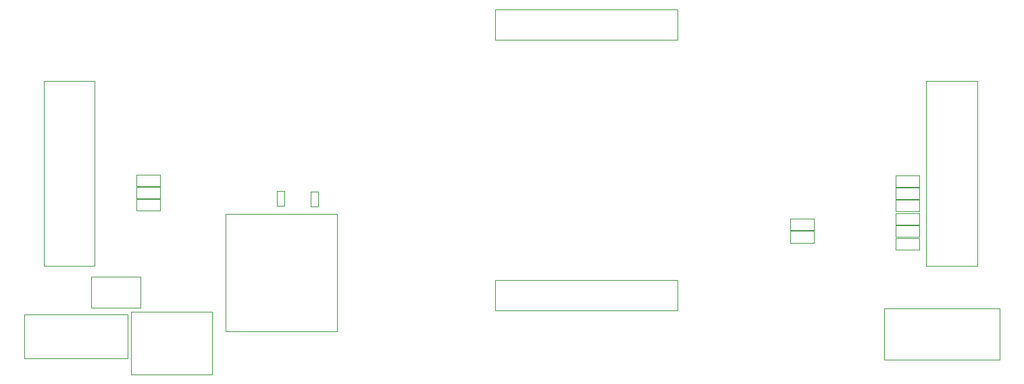
<source format=gbr>
G04 #@! TF.GenerationSoftware,KiCad,Pcbnew,8.0.0-rc1*
G04 #@! TF.CreationDate,2024-11-04T15:19:59+03:00*
G04 #@! TF.ProjectId,Movita_CM4_CT_Router_V3.1,4d6f7669-7461-45f4-934d-345f43545f52,REV1*
G04 #@! TF.SameCoordinates,Original*
G04 #@! TF.FileFunction,Other,User*
%FSLAX46Y46*%
G04 Gerber Fmt 4.6, Leading zero omitted, Abs format (unit mm)*
G04 Created by KiCad (PCBNEW 8.0.0-rc1) date 2024-11-04 15:19:59*
%MOMM*%
%LPD*%
G01*
G04 APERTURE LIST*
%ADD10C,0.050000*%
%ADD11C,0.100000*%
%ADD12C,0.120000*%
G04 APERTURE END LIST*
D10*
X207478767Y-114489190D02*
X210438767Y-114489190D01*
X207478767Y-115949190D02*
X207478767Y-114489190D01*
X210438767Y-114489190D02*
X210438767Y-115949190D01*
X210438767Y-115949190D02*
X207478767Y-115949190D01*
D11*
X119893767Y-121789190D02*
X126088767Y-121789190D01*
X119893767Y-125639190D02*
X119893767Y-121789190D01*
X126088767Y-121789190D02*
X126088767Y-125639190D01*
X126088767Y-125639190D02*
X119893767Y-125639190D01*
D10*
X111523767Y-126514190D02*
X111523767Y-132014190D01*
X111523767Y-132014190D02*
X124423767Y-132014190D01*
X124423767Y-126514190D02*
X111523767Y-126514190D01*
X124423767Y-132014190D02*
X124423767Y-126514190D01*
X220738767Y-115324190D02*
X223698767Y-115324190D01*
X220738767Y-116784190D02*
X220738767Y-115324190D01*
X223698767Y-115324190D02*
X223698767Y-116784190D01*
X223698767Y-116784190D02*
X220738767Y-116784190D01*
X124893767Y-126144190D02*
X124893767Y-134044190D01*
X124893767Y-134044190D02*
X135033767Y-134044190D01*
X135033767Y-126144190D02*
X124893767Y-126144190D01*
X135033767Y-134044190D02*
X135033767Y-126144190D01*
X220723767Y-112104190D02*
X223683767Y-112104190D01*
X220723767Y-113564190D02*
X220723767Y-112104190D01*
X223683767Y-112104190D02*
X223683767Y-113564190D01*
X223683767Y-113564190D02*
X220723767Y-113564190D01*
X125573767Y-108944190D02*
X128533767Y-108944190D01*
X125573767Y-110404190D02*
X125573767Y-108944190D01*
X128533767Y-108944190D02*
X128533767Y-110404190D01*
X128533767Y-110404190D02*
X125573767Y-110404190D01*
D12*
X170523767Y-122216458D02*
X193323767Y-122216458D01*
X170523767Y-125996458D02*
X170523767Y-122216458D01*
X193323767Y-122216458D02*
X193323767Y-125996458D01*
X193323767Y-125996458D02*
X170523767Y-125996458D01*
D10*
X136703767Y-113889190D02*
X150703767Y-113889190D01*
X136703767Y-128639190D02*
X136703767Y-113889190D01*
X150703767Y-113889190D02*
X150703767Y-128639190D01*
X150703767Y-128639190D02*
X136703767Y-128639190D01*
X143133767Y-111034190D02*
X144073767Y-111034190D01*
X143133767Y-112894190D02*
X143133767Y-111034190D01*
X144073767Y-111034190D02*
X144073767Y-112894190D01*
X144073767Y-112894190D02*
X143133767Y-112894190D01*
X207488767Y-116039190D02*
X210448767Y-116039190D01*
X207488767Y-117499190D02*
X207488767Y-116039190D01*
X210448767Y-116039190D02*
X210448767Y-117499190D01*
X210448767Y-117499190D02*
X207488767Y-117499190D01*
X220728767Y-113774190D02*
X223688767Y-113774190D01*
X220728767Y-115234190D02*
X220728767Y-113774190D01*
X223688767Y-113774190D02*
X223688767Y-115234190D01*
X223688767Y-115234190D02*
X220728767Y-115234190D01*
X219303767Y-125734190D02*
X219303767Y-132134190D01*
X219303767Y-132134190D02*
X233753767Y-132134190D01*
X233753767Y-125734190D02*
X219303767Y-125734190D01*
X233753767Y-132134190D02*
X233753767Y-125734190D01*
X220723767Y-110574190D02*
X223683767Y-110574190D01*
X220723767Y-112034190D02*
X220723767Y-110574190D01*
X223683767Y-110574190D02*
X223683767Y-112034190D01*
X223683767Y-112034190D02*
X220723767Y-112034190D01*
X220738767Y-116894190D02*
X223698767Y-116894190D01*
X220738767Y-118354190D02*
X220738767Y-116894190D01*
X223698767Y-116894190D02*
X223698767Y-118354190D01*
X223698767Y-118354190D02*
X220738767Y-118354190D01*
X113933767Y-97184190D02*
X113933767Y-120384190D01*
X113933767Y-120384190D02*
X120333767Y-120384190D01*
X120333767Y-97184190D02*
X113933767Y-97184190D01*
X120333767Y-120384190D02*
X120333767Y-97184190D01*
X220723767Y-109044190D02*
X223683767Y-109044190D01*
X220723767Y-110504190D02*
X220723767Y-109044190D01*
X223683767Y-109044190D02*
X223683767Y-110504190D01*
X223683767Y-110504190D02*
X220723767Y-110504190D01*
X224553767Y-97184190D02*
X224553767Y-120384190D01*
X224553767Y-120384190D02*
X230953767Y-120384190D01*
X230953767Y-97184190D02*
X224553767Y-97184190D01*
X230953767Y-120384190D02*
X230953767Y-97184190D01*
D12*
X170523767Y-88216458D02*
X193323767Y-88216458D01*
X170523767Y-91996458D02*
X170523767Y-88216458D01*
X193323767Y-88216458D02*
X193323767Y-91996458D01*
X193323767Y-91996458D02*
X170523767Y-91996458D01*
D10*
X125558767Y-111994190D02*
X128518767Y-111994190D01*
X125558767Y-113454190D02*
X125558767Y-111994190D01*
X128518767Y-111994190D02*
X128518767Y-113454190D01*
X128518767Y-113454190D02*
X125558767Y-113454190D01*
X147403767Y-111064190D02*
X148343767Y-111064190D01*
X147403767Y-112924190D02*
X147403767Y-111064190D01*
X148343767Y-111064190D02*
X148343767Y-112924190D01*
X148343767Y-112924190D02*
X147403767Y-112924190D01*
X125573767Y-110474190D02*
X128533767Y-110474190D01*
X125573767Y-111934190D02*
X125573767Y-110474190D01*
X128533767Y-110474190D02*
X128533767Y-111934190D01*
X128533767Y-111934190D02*
X125573767Y-111934190D01*
M02*

</source>
